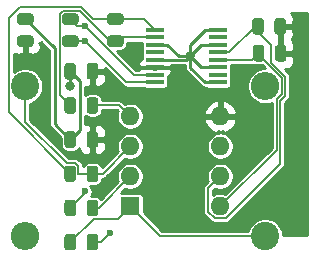
<source format=gbr>
%TF.GenerationSoftware,KiCad,Pcbnew,(5.1.6)-1*%
%TF.CreationDate,2020-07-16T10:06:32+01:00*%
%TF.ProjectId,Jag_Speedy_VRConditioner,4a61675f-5370-4656-9564-795f5652436f,rev?*%
%TF.SameCoordinates,Original*%
%TF.FileFunction,Copper,L1,Top*%
%TF.FilePolarity,Positive*%
%FSLAX46Y46*%
G04 Gerber Fmt 4.6, Leading zero omitted, Abs format (unit mm)*
G04 Created by KiCad (PCBNEW (5.1.6)-1) date 2020-07-16 10:06:32*
%MOMM*%
%LPD*%
G01*
G04 APERTURE LIST*
%TA.AperFunction,ComponentPad*%
%ADD10O,2.400000X2.400000*%
%TD*%
%TA.AperFunction,ComponentPad*%
%ADD11C,2.400000*%
%TD*%
%TA.AperFunction,ComponentPad*%
%ADD12O,1.600000X1.600000*%
%TD*%
%TA.AperFunction,ComponentPad*%
%ADD13R,1.600000X1.600000*%
%TD*%
%TA.AperFunction,SMDPad,CuDef*%
%ADD14R,1.600000X0.410000*%
%TD*%
%TA.AperFunction,ViaPad*%
%ADD15C,0.600000*%
%TD*%
%TA.AperFunction,ViaPad*%
%ADD16C,0.800000*%
%TD*%
%TA.AperFunction,Conductor*%
%ADD17C,0.200000*%
%TD*%
%TA.AperFunction,Conductor*%
%ADD18C,0.250000*%
%TD*%
%TA.AperFunction,Conductor*%
%ADD19C,0.254000*%
%TD*%
G04 APERTURE END LIST*
D10*
%TO.P,R8,2*%
%TO.N,VR2-*%
X134620000Y-97790000D03*
D11*
%TO.P,R8,1*%
%TO.N,VR2+*%
X134620000Y-85090000D03*
%TD*%
D10*
%TO.P,R7,2*%
%TO.N,VR1+*%
X154940000Y-85090000D03*
D11*
%TO.P,R7,1*%
%TO.N,VR1-*%
X154940000Y-97790000D03*
%TD*%
D12*
%TO.P,J1,8*%
%TO.N,Output1*%
X151130000Y-95250000D03*
%TO.P,J1,4*%
%TO.N,VR2-*%
X143510000Y-87630000D03*
%TO.P,J1,7*%
%TO.N,Output2*%
X151130000Y-92710000D03*
%TO.P,J1,3*%
%TO.N,VR2+*%
X143510000Y-90170000D03*
%TO.P,J1,6*%
%TO.N,Ground*%
X151130000Y-90170000D03*
%TO.P,J1,2*%
%TO.N,VR1+*%
X143510000Y-92710000D03*
%TO.P,J1,5*%
%TO.N,5V*%
X151130000Y-87630000D03*
D13*
%TO.P,J1,1*%
%TO.N,VR1-*%
X143510000Y-95250000D03*
%TD*%
D14*
%TO.P,IC1,16*%
%TO.N,Net-(C1-Pad1)*%
X145594700Y-84772500D03*
%TO.P,IC1,15*%
%TO.N,Net-(C1-Pad2)*%
X145594700Y-84137500D03*
%TO.P,IC1,14*%
%TO.N,5V*%
X145594700Y-83502500D03*
%TO.P,IC1,13*%
%TO.N,Ground*%
X145594700Y-82867500D03*
%TO.P,IC1,12*%
%TO.N,N/C*%
X145594700Y-82232500D03*
%TO.P,IC1,11*%
%TO.N,Ground*%
X145594700Y-81597500D03*
%TO.P,IC1,10*%
%TO.N,Net-(C2-Pad1)*%
X145594700Y-80962500D03*
%TO.P,IC1,9*%
%TO.N,Net-(C2-Pad2)*%
X145594700Y-80327500D03*
%TO.P,IC1,8*%
%TO.N,Ground*%
X150903300Y-80327500D03*
%TO.P,IC1,7*%
%TO.N,N/C*%
X150903300Y-80962500D03*
%TO.P,IC1,6*%
%TO.N,Ground*%
X150903300Y-81597500D03*
%TO.P,IC1,5*%
%TO.N,Output2*%
X150903300Y-82232500D03*
%TO.P,IC1,4*%
%TO.N,Output1*%
X150903300Y-82867500D03*
%TO.P,IC1,3*%
%TO.N,Ground*%
X150903300Y-83502500D03*
%TO.P,IC1,2*%
%TO.N,N/C*%
X150903300Y-84137500D03*
%TO.P,IC1,1*%
%TO.N,Ground*%
X150903300Y-84772500D03*
%TD*%
%TO.P,C1,2*%
%TO.N,Net-(C1-Pad2)*%
%TA.AperFunction,SMDPad,CuDef*%
G36*
G01*
X138886250Y-79892500D02*
X137973750Y-79892500D01*
G75*
G02*
X137730000Y-79648750I0J243750D01*
G01*
X137730000Y-79161250D01*
G75*
G02*
X137973750Y-78917500I243750J0D01*
G01*
X138886250Y-78917500D01*
G75*
G02*
X139130000Y-79161250I0J-243750D01*
G01*
X139130000Y-79648750D01*
G75*
G02*
X138886250Y-79892500I-243750J0D01*
G01*
G37*
%TD.AperFunction*%
%TO.P,C1,1*%
%TO.N,Net-(C1-Pad1)*%
%TA.AperFunction,SMDPad,CuDef*%
G36*
G01*
X138886250Y-81767500D02*
X137973750Y-81767500D01*
G75*
G02*
X137730000Y-81523750I0J243750D01*
G01*
X137730000Y-81036250D01*
G75*
G02*
X137973750Y-80792500I243750J0D01*
G01*
X138886250Y-80792500D01*
G75*
G02*
X139130000Y-81036250I0J-243750D01*
G01*
X139130000Y-81523750D01*
G75*
G02*
X138886250Y-81767500I-243750J0D01*
G01*
G37*
%TD.AperFunction*%
%TD*%
%TO.P,R6,2*%
%TO.N,Net-(C2-Pad2)*%
%TA.AperFunction,SMDPad,CuDef*%
G36*
G01*
X138917500Y-92045750D02*
X138917500Y-92958250D01*
G75*
G02*
X138673750Y-93202000I-243750J0D01*
G01*
X138186250Y-93202000D01*
G75*
G02*
X137942500Y-92958250I0J243750D01*
G01*
X137942500Y-92045750D01*
G75*
G02*
X138186250Y-91802000I243750J0D01*
G01*
X138673750Y-91802000D01*
G75*
G02*
X138917500Y-92045750I0J-243750D01*
G01*
G37*
%TD.AperFunction*%
%TO.P,R6,1*%
%TO.N,VR2+*%
%TA.AperFunction,SMDPad,CuDef*%
G36*
G01*
X140792500Y-92045750D02*
X140792500Y-92958250D01*
G75*
G02*
X140548750Y-93202000I-243750J0D01*
G01*
X140061250Y-93202000D01*
G75*
G02*
X139817500Y-92958250I0J243750D01*
G01*
X139817500Y-92045750D01*
G75*
G02*
X140061250Y-91802000I243750J0D01*
G01*
X140548750Y-91802000D01*
G75*
G02*
X140792500Y-92045750I0J-243750D01*
G01*
G37*
%TD.AperFunction*%
%TD*%
%TO.P,R2,2*%
%TO.N,5V*%
%TA.AperFunction,SMDPad,CuDef*%
G36*
G01*
X155722500Y-80466250D02*
X155722500Y-79553750D01*
G75*
G02*
X155966250Y-79310000I243750J0D01*
G01*
X156453750Y-79310000D01*
G75*
G02*
X156697500Y-79553750I0J-243750D01*
G01*
X156697500Y-80466250D01*
G75*
G02*
X156453750Y-80710000I-243750J0D01*
G01*
X155966250Y-80710000D01*
G75*
G02*
X155722500Y-80466250I0J243750D01*
G01*
G37*
%TD.AperFunction*%
%TO.P,R2,1*%
%TO.N,Output2*%
%TA.AperFunction,SMDPad,CuDef*%
G36*
G01*
X153847500Y-80466250D02*
X153847500Y-79553750D01*
G75*
G02*
X154091250Y-79310000I243750J0D01*
G01*
X154578750Y-79310000D01*
G75*
G02*
X154822500Y-79553750I0J-243750D01*
G01*
X154822500Y-80466250D01*
G75*
G02*
X154578750Y-80710000I-243750J0D01*
G01*
X154091250Y-80710000D01*
G75*
G02*
X153847500Y-80466250I0J243750D01*
G01*
G37*
%TD.AperFunction*%
%TD*%
%TO.P,C5,2*%
%TO.N,Ground*%
%TA.AperFunction,SMDPad,CuDef*%
G36*
G01*
X138917500Y-83363750D02*
X138917500Y-84276250D01*
G75*
G02*
X138673750Y-84520000I-243750J0D01*
G01*
X138186250Y-84520000D01*
G75*
G02*
X137942500Y-84276250I0J243750D01*
G01*
X137942500Y-83363750D01*
G75*
G02*
X138186250Y-83120000I243750J0D01*
G01*
X138673750Y-83120000D01*
G75*
G02*
X138917500Y-83363750I0J-243750D01*
G01*
G37*
%TD.AperFunction*%
%TO.P,C5,1*%
%TO.N,5V*%
%TA.AperFunction,SMDPad,CuDef*%
G36*
G01*
X140792500Y-83363750D02*
X140792500Y-84276250D01*
G75*
G02*
X140548750Y-84520000I-243750J0D01*
G01*
X140061250Y-84520000D01*
G75*
G02*
X139817500Y-84276250I0J243750D01*
G01*
X139817500Y-83363750D01*
G75*
G02*
X140061250Y-83120000I243750J0D01*
G01*
X140548750Y-83120000D01*
G75*
G02*
X140792500Y-83363750I0J-243750D01*
G01*
G37*
%TD.AperFunction*%
%TD*%
%TO.P,C2,2*%
%TO.N,Net-(C2-Pad2)*%
%TA.AperFunction,SMDPad,CuDef*%
G36*
G01*
X142696250Y-79892500D02*
X141783750Y-79892500D01*
G75*
G02*
X141540000Y-79648750I0J243750D01*
G01*
X141540000Y-79161250D01*
G75*
G02*
X141783750Y-78917500I243750J0D01*
G01*
X142696250Y-78917500D01*
G75*
G02*
X142940000Y-79161250I0J-243750D01*
G01*
X142940000Y-79648750D01*
G75*
G02*
X142696250Y-79892500I-243750J0D01*
G01*
G37*
%TD.AperFunction*%
%TO.P,C2,1*%
%TO.N,Net-(C2-Pad1)*%
%TA.AperFunction,SMDPad,CuDef*%
G36*
G01*
X142696250Y-81767500D02*
X141783750Y-81767500D01*
G75*
G02*
X141540000Y-81523750I0J243750D01*
G01*
X141540000Y-81036250D01*
G75*
G02*
X141783750Y-80792500I243750J0D01*
G01*
X142696250Y-80792500D01*
G75*
G02*
X142940000Y-81036250I0J-243750D01*
G01*
X142940000Y-81523750D01*
G75*
G02*
X142696250Y-81767500I-243750J0D01*
G01*
G37*
%TD.AperFunction*%
%TD*%
%TO.P,R5,2*%
%TO.N,Net-(C2-Pad1)*%
%TA.AperFunction,SMDPad,CuDef*%
G36*
G01*
X138917500Y-86257750D02*
X138917500Y-87170250D01*
G75*
G02*
X138673750Y-87414000I-243750J0D01*
G01*
X138186250Y-87414000D01*
G75*
G02*
X137942500Y-87170250I0J243750D01*
G01*
X137942500Y-86257750D01*
G75*
G02*
X138186250Y-86014000I243750J0D01*
G01*
X138673750Y-86014000D01*
G75*
G02*
X138917500Y-86257750I0J-243750D01*
G01*
G37*
%TD.AperFunction*%
%TO.P,R5,1*%
%TO.N,VR2-*%
%TA.AperFunction,SMDPad,CuDef*%
G36*
G01*
X140792500Y-86257750D02*
X140792500Y-87170250D01*
G75*
G02*
X140548750Y-87414000I-243750J0D01*
G01*
X140061250Y-87414000D01*
G75*
G02*
X139817500Y-87170250I0J243750D01*
G01*
X139817500Y-86257750D01*
G75*
G02*
X140061250Y-86014000I243750J0D01*
G01*
X140548750Y-86014000D01*
G75*
G02*
X140792500Y-86257750I0J-243750D01*
G01*
G37*
%TD.AperFunction*%
%TD*%
%TO.P,R4,1*%
%TO.N,VR1-*%
%TA.AperFunction,SMDPad,CuDef*%
G36*
G01*
X137942500Y-98746250D02*
X137942500Y-97833750D01*
G75*
G02*
X138186250Y-97590000I243750J0D01*
G01*
X138673750Y-97590000D01*
G75*
G02*
X138917500Y-97833750I0J-243750D01*
G01*
X138917500Y-98746250D01*
G75*
G02*
X138673750Y-98990000I-243750J0D01*
G01*
X138186250Y-98990000D01*
G75*
G02*
X137942500Y-98746250I0J243750D01*
G01*
G37*
%TD.AperFunction*%
%TO.P,R4,2*%
%TO.N,Net-(C1-Pad2)*%
%TA.AperFunction,SMDPad,CuDef*%
G36*
G01*
X139817500Y-98746250D02*
X139817500Y-97833750D01*
G75*
G02*
X140061250Y-97590000I243750J0D01*
G01*
X140548750Y-97590000D01*
G75*
G02*
X140792500Y-97833750I0J-243750D01*
G01*
X140792500Y-98746250D01*
G75*
G02*
X140548750Y-98990000I-243750J0D01*
G01*
X140061250Y-98990000D01*
G75*
G02*
X139817500Y-98746250I0J243750D01*
G01*
G37*
%TD.AperFunction*%
%TD*%
%TO.P,R3,2*%
%TO.N,Net-(C1-Pad1)*%
%TA.AperFunction,SMDPad,CuDef*%
G36*
G01*
X138917500Y-94939750D02*
X138917500Y-95852250D01*
G75*
G02*
X138673750Y-96096000I-243750J0D01*
G01*
X138186250Y-96096000D01*
G75*
G02*
X137942500Y-95852250I0J243750D01*
G01*
X137942500Y-94939750D01*
G75*
G02*
X138186250Y-94696000I243750J0D01*
G01*
X138673750Y-94696000D01*
G75*
G02*
X138917500Y-94939750I0J-243750D01*
G01*
G37*
%TD.AperFunction*%
%TO.P,R3,1*%
%TO.N,VR1+*%
%TA.AperFunction,SMDPad,CuDef*%
G36*
G01*
X140792500Y-94939750D02*
X140792500Y-95852250D01*
G75*
G02*
X140548750Y-96096000I-243750J0D01*
G01*
X140061250Y-96096000D01*
G75*
G02*
X139817500Y-95852250I0J243750D01*
G01*
X139817500Y-94939750D01*
G75*
G02*
X140061250Y-94696000I243750J0D01*
G01*
X140548750Y-94696000D01*
G75*
G02*
X140792500Y-94939750I0J-243750D01*
G01*
G37*
%TD.AperFunction*%
%TD*%
%TO.P,R1,2*%
%TO.N,5V*%
%TA.AperFunction,SMDPad,CuDef*%
G36*
G01*
X155760000Y-82756250D02*
X155760000Y-81843750D01*
G75*
G02*
X156003750Y-81600000I243750J0D01*
G01*
X156491250Y-81600000D01*
G75*
G02*
X156735000Y-81843750I0J-243750D01*
G01*
X156735000Y-82756250D01*
G75*
G02*
X156491250Y-83000000I-243750J0D01*
G01*
X156003750Y-83000000D01*
G75*
G02*
X155760000Y-82756250I0J243750D01*
G01*
G37*
%TD.AperFunction*%
%TO.P,R1,1*%
%TO.N,Output1*%
%TA.AperFunction,SMDPad,CuDef*%
G36*
G01*
X153885000Y-82756250D02*
X153885000Y-81843750D01*
G75*
G02*
X154128750Y-81600000I243750J0D01*
G01*
X154616250Y-81600000D01*
G75*
G02*
X154860000Y-81843750I0J-243750D01*
G01*
X154860000Y-82756250D01*
G75*
G02*
X154616250Y-83000000I-243750J0D01*
G01*
X154128750Y-83000000D01*
G75*
G02*
X153885000Y-82756250I0J243750D01*
G01*
G37*
%TD.AperFunction*%
%TD*%
%TO.P,C4,2*%
%TO.N,Ground*%
%TA.AperFunction,SMDPad,CuDef*%
G36*
G01*
X135076250Y-79892500D02*
X134163750Y-79892500D01*
G75*
G02*
X133920000Y-79648750I0J243750D01*
G01*
X133920000Y-79161250D01*
G75*
G02*
X134163750Y-78917500I243750J0D01*
G01*
X135076250Y-78917500D01*
G75*
G02*
X135320000Y-79161250I0J-243750D01*
G01*
X135320000Y-79648750D01*
G75*
G02*
X135076250Y-79892500I-243750J0D01*
G01*
G37*
%TD.AperFunction*%
%TO.P,C4,1*%
%TO.N,5V*%
%TA.AperFunction,SMDPad,CuDef*%
G36*
G01*
X135076250Y-81767500D02*
X134163750Y-81767500D01*
G75*
G02*
X133920000Y-81523750I0J243750D01*
G01*
X133920000Y-81036250D01*
G75*
G02*
X134163750Y-80792500I243750J0D01*
G01*
X135076250Y-80792500D01*
G75*
G02*
X135320000Y-81036250I0J-243750D01*
G01*
X135320000Y-81523750D01*
G75*
G02*
X135076250Y-81767500I-243750J0D01*
G01*
G37*
%TD.AperFunction*%
%TD*%
%TO.P,C3,2*%
%TO.N,Ground*%
%TA.AperFunction,SMDPad,CuDef*%
G36*
G01*
X138917500Y-89151750D02*
X138917500Y-90064250D01*
G75*
G02*
X138673750Y-90308000I-243750J0D01*
G01*
X138186250Y-90308000D01*
G75*
G02*
X137942500Y-90064250I0J243750D01*
G01*
X137942500Y-89151750D01*
G75*
G02*
X138186250Y-88908000I243750J0D01*
G01*
X138673750Y-88908000D01*
G75*
G02*
X138917500Y-89151750I0J-243750D01*
G01*
G37*
%TD.AperFunction*%
%TO.P,C3,1*%
%TO.N,5V*%
%TA.AperFunction,SMDPad,CuDef*%
G36*
G01*
X140792500Y-89151750D02*
X140792500Y-90064250D01*
G75*
G02*
X140548750Y-90308000I-243750J0D01*
G01*
X140061250Y-90308000D01*
G75*
G02*
X139817500Y-90064250I0J243750D01*
G01*
X139817500Y-89151750D01*
G75*
G02*
X140061250Y-88908000I243750J0D01*
G01*
X140548750Y-88908000D01*
G75*
G02*
X140792500Y-89151750I0J-243750D01*
G01*
G37*
%TD.AperFunction*%
%TD*%
D15*
%TO.N,Net-(C1-Pad2)*%
X139700000Y-80010000D03*
X141771433Y-97551446D03*
%TO.N,Net-(C1-Pad1)*%
X139700000Y-81280000D03*
X139700000Y-93980000D03*
D16*
%TO.N,Ground*%
X138430000Y-85090000D03*
X148590000Y-82550000D03*
%TD*%
D17*
%TO.N,Net-(C1-Pad2)*%
X143827500Y-84137500D02*
X145594700Y-84137500D01*
X141339990Y-81649990D02*
X141339990Y-81707562D01*
X141657510Y-81967510D02*
X143827500Y-84137500D01*
X139700000Y-80010000D02*
X141339990Y-81649990D01*
X141339990Y-81707562D02*
X141599938Y-81967510D01*
X141599938Y-81967510D02*
X141657510Y-81967510D01*
X139035000Y-80010000D02*
X138430000Y-79405000D01*
X139700000Y-80010000D02*
X139035000Y-80010000D01*
X140305000Y-98290000D02*
X141032879Y-98290000D01*
X141032879Y-98290000D02*
X141771433Y-97551446D01*
%TO.N,Net-(C1-Pad1)*%
X143192500Y-84772500D02*
X145594700Y-84772500D01*
X139700000Y-81280000D02*
X143192500Y-84772500D01*
X139700000Y-81280000D02*
X138430000Y-81280000D01*
X139700000Y-94126000D02*
X138430000Y-95396000D01*
X139700000Y-93980000D02*
X139700000Y-94126000D01*
%TO.N,Net-(C2-Pad2)*%
X144672200Y-79405000D02*
X145594700Y-80327500D01*
X142240000Y-79405000D02*
X144672200Y-79405000D01*
X142240000Y-79405000D02*
X140365000Y-79405000D01*
X133219999Y-87291999D02*
X138430000Y-92502000D01*
X133219999Y-79336007D02*
X133219999Y-87291999D01*
X134138527Y-78417479D02*
X133219999Y-79336007D01*
X139377480Y-78417479D02*
X134138527Y-78417479D01*
X140365000Y-79405000D02*
X139377480Y-78417479D01*
%TO.N,Net-(C2-Pad1)*%
X142557500Y-80962500D02*
X145594700Y-80962500D01*
X142240000Y-81280000D02*
X142557500Y-80962500D01*
X137789938Y-78717490D02*
X137529990Y-78977438D01*
X137529990Y-78977438D02*
X137529990Y-85813990D01*
X141815722Y-81280000D02*
X139253212Y-78717490D01*
X137529990Y-85813990D02*
X138430000Y-86714000D01*
X139253212Y-78717490D02*
X137789938Y-78717490D01*
X142240000Y-81280000D02*
X141815722Y-81280000D01*
D18*
%TO.N,Ground*%
X149542500Y-81597500D02*
X148590000Y-82550000D01*
X150903300Y-81597500D02*
X149542500Y-81597500D01*
X147597200Y-82550000D02*
X148590000Y-82550000D01*
X146644700Y-81597500D02*
X147597200Y-82550000D01*
X145594700Y-81597500D02*
X146644700Y-81597500D01*
X149542500Y-83502500D02*
X148590000Y-82550000D01*
X150903300Y-83502500D02*
X149542500Y-83502500D01*
X148590000Y-81590800D02*
X148590000Y-82550000D01*
X149853300Y-80327500D02*
X148590000Y-81590800D01*
X150903300Y-80327500D02*
X149853300Y-80327500D01*
X148590000Y-83509200D02*
X148590000Y-82550000D01*
X149853300Y-84772500D02*
X148590000Y-83509200D01*
X150903300Y-84772500D02*
X149853300Y-84772500D01*
X148272500Y-82867500D02*
X148590000Y-82550000D01*
X145594700Y-82867500D02*
X148272500Y-82867500D01*
X139242510Y-84632510D02*
X138430000Y-83820000D01*
X139242510Y-88795490D02*
X139242510Y-84632510D01*
X138430000Y-89608000D02*
X139242510Y-88795490D01*
X138430000Y-85090000D02*
X138430000Y-83820000D01*
X137104978Y-88282978D02*
X138430000Y-89608000D01*
X137104978Y-81889978D02*
X137104978Y-88282978D01*
X134620000Y-79405000D02*
X137104978Y-81889978D01*
D17*
%TO.N,Output2*%
X154125800Y-80010000D02*
X154335000Y-80010000D01*
X151903300Y-82232500D02*
X154125800Y-80010000D01*
X150903300Y-82232500D02*
X151903300Y-82232500D01*
X154335000Y-80493526D02*
X154335000Y-80010000D01*
X150649999Y-96250001D02*
X151610001Y-96250001D01*
X156210000Y-86316280D02*
X156640012Y-85886269D01*
X150129999Y-95730001D02*
X150649999Y-96250001D01*
X151130000Y-92710000D02*
X150129999Y-93710001D01*
X156640012Y-85886269D02*
X156640012Y-84293731D01*
X156210000Y-91650002D02*
X156210000Y-86316280D01*
X155459990Y-81618516D02*
X154335000Y-80493526D01*
X150129999Y-93710001D02*
X150129999Y-95730001D01*
X156640012Y-84293731D02*
X155459990Y-83113709D01*
X151610001Y-96250001D02*
X156210000Y-91650002D01*
X155459990Y-83113709D02*
X155459990Y-81618516D01*
%TO.N,Output1*%
X153805000Y-82867500D02*
X150903300Y-82867500D01*
X154372500Y-82300000D02*
X153805000Y-82867500D01*
X151130000Y-95250000D02*
X155909989Y-90470011D01*
X156340001Y-84417999D02*
X154372500Y-82450498D01*
X155909989Y-90470011D02*
X155909989Y-86192013D01*
X156340001Y-85762001D02*
X156340001Y-84417999D01*
X155909989Y-86192013D02*
X156340001Y-85762001D01*
X154372500Y-82450498D02*
X154372500Y-82300000D01*
%TO.N,VR2-*%
X142594000Y-86714000D02*
X143510000Y-87630000D01*
X140305000Y-86714000D02*
X142594000Y-86714000D01*
%TO.N,VR2+*%
X141178000Y-92502000D02*
X143510000Y-90170000D01*
X140305000Y-92502000D02*
X141178000Y-92502000D01*
X134620000Y-88102250D02*
X134620000Y-85090000D01*
X139117510Y-92502000D02*
X139117510Y-91861938D01*
X138857562Y-91601990D02*
X138119740Y-91601990D01*
X140305000Y-92502000D02*
X139117510Y-92502000D01*
X138119740Y-91601990D02*
X134620000Y-88102250D01*
X139117510Y-91861938D02*
X138857562Y-91601990D01*
%TO.N,VR1+*%
X140824000Y-95396000D02*
X140305000Y-95396000D01*
X143510000Y-92710000D02*
X140824000Y-95396000D01*
%TO.N,VR1-*%
X140423990Y-96296010D02*
X138430000Y-98290000D01*
X142463990Y-96296010D02*
X140423990Y-96296010D01*
X143510000Y-95250000D02*
X142463990Y-96296010D01*
X146050000Y-97790000D02*
X154940000Y-97790000D01*
X143510000Y-95250000D02*
X146050000Y-97790000D01*
%TD*%
D19*
%TO.N,5V*%
G36*
X158448001Y-97663000D02*
G01*
X156467000Y-97663000D01*
X156467000Y-97639604D01*
X156408319Y-97344590D01*
X156293210Y-97066694D01*
X156126099Y-96816594D01*
X155913406Y-96603901D01*
X155663306Y-96436790D01*
X155385410Y-96321681D01*
X155090396Y-96263000D01*
X154789604Y-96263000D01*
X154494590Y-96321681D01*
X154216694Y-96436790D01*
X153966594Y-96603901D01*
X153753901Y-96816594D01*
X153586790Y-97066694D01*
X153471681Y-97344590D01*
X153468019Y-97363000D01*
X146226869Y-97363000D01*
X144638582Y-95774714D01*
X144638582Y-94450000D01*
X144632268Y-94385897D01*
X144613570Y-94324257D01*
X144583206Y-94267450D01*
X144542343Y-94217657D01*
X144492550Y-94176794D01*
X144435743Y-94146430D01*
X144374103Y-94127732D01*
X144310000Y-94121418D01*
X142710000Y-94121418D01*
X142701626Y-94122243D01*
X143074431Y-93749437D01*
X143181266Y-93793690D01*
X143399000Y-93837000D01*
X143621000Y-93837000D01*
X143838734Y-93793690D01*
X144043835Y-93708734D01*
X144228421Y-93585398D01*
X144385398Y-93428421D01*
X144508734Y-93243835D01*
X144593690Y-93038734D01*
X144637000Y-92821000D01*
X144637000Y-92599000D01*
X144593690Y-92381266D01*
X144508734Y-92176165D01*
X144385398Y-91991579D01*
X144228421Y-91834602D01*
X144043835Y-91711266D01*
X143838734Y-91626310D01*
X143621000Y-91583000D01*
X143399000Y-91583000D01*
X143181266Y-91626310D01*
X142976165Y-91711266D01*
X142791579Y-91834602D01*
X142634602Y-91991579D01*
X142511266Y-92176165D01*
X142426310Y-92381266D01*
X142383000Y-92599000D01*
X142383000Y-92821000D01*
X142426310Y-93038734D01*
X142470563Y-93145569D01*
X141010981Y-94605151D01*
X140953450Y-94535050D01*
X140866721Y-94463873D01*
X140767772Y-94410984D01*
X140660406Y-94378415D01*
X140548750Y-94367418D01*
X140195222Y-94367418D01*
X140255640Y-94276996D01*
X140302905Y-94162889D01*
X140327000Y-94041754D01*
X140327000Y-93918246D01*
X140302905Y-93797111D01*
X140255640Y-93683004D01*
X140187023Y-93580311D01*
X140137294Y-93530582D01*
X140548750Y-93530582D01*
X140660406Y-93519585D01*
X140767772Y-93487016D01*
X140866721Y-93434127D01*
X140953450Y-93362950D01*
X141024627Y-93276221D01*
X141077516Y-93177272D01*
X141110085Y-93069906D01*
X141121082Y-92958250D01*
X141121082Y-92929000D01*
X141157033Y-92929000D01*
X141178000Y-92931065D01*
X141198967Y-92929000D01*
X141198978Y-92929000D01*
X141261707Y-92922822D01*
X141342196Y-92898405D01*
X141416376Y-92858755D01*
X141481395Y-92805395D01*
X141494768Y-92789100D01*
X143074431Y-91209437D01*
X143181266Y-91253690D01*
X143399000Y-91297000D01*
X143621000Y-91297000D01*
X143838734Y-91253690D01*
X144043835Y-91168734D01*
X144228421Y-91045398D01*
X144385398Y-90888421D01*
X144508734Y-90703835D01*
X144593690Y-90498734D01*
X144637000Y-90281000D01*
X144637000Y-90059000D01*
X144593690Y-89841266D01*
X144508734Y-89636165D01*
X144385398Y-89451579D01*
X144228421Y-89294602D01*
X144043835Y-89171266D01*
X143838734Y-89086310D01*
X143621000Y-89043000D01*
X143399000Y-89043000D01*
X143181266Y-89086310D01*
X142976165Y-89171266D01*
X142791579Y-89294602D01*
X142634602Y-89451579D01*
X142511266Y-89636165D01*
X142426310Y-89841266D01*
X142383000Y-90059000D01*
X142383000Y-90281000D01*
X142426310Y-90498734D01*
X142470563Y-90605569D01*
X141112950Y-91963182D01*
X141110085Y-91934094D01*
X141077516Y-91826728D01*
X141024627Y-91727779D01*
X140953450Y-91641050D01*
X140866721Y-91569873D01*
X140767772Y-91516984D01*
X140660406Y-91484415D01*
X140548750Y-91473418D01*
X140061250Y-91473418D01*
X139949594Y-91484415D01*
X139842228Y-91516984D01*
X139743279Y-91569873D01*
X139656550Y-91641050D01*
X139585373Y-91727779D01*
X139541455Y-91809944D01*
X139538332Y-91778231D01*
X139513915Y-91697742D01*
X139495458Y-91663211D01*
X139474265Y-91623561D01*
X139434278Y-91574838D01*
X139420905Y-91558543D01*
X139404610Y-91545170D01*
X139174329Y-91314889D01*
X139160957Y-91298595D01*
X139095938Y-91245235D01*
X139021758Y-91205585D01*
X138941269Y-91181168D01*
X138878540Y-91174990D01*
X138878529Y-91174990D01*
X138857562Y-91172925D01*
X138836595Y-91174990D01*
X138296609Y-91174990D01*
X135047000Y-87925382D01*
X135047000Y-86561981D01*
X135065410Y-86558319D01*
X135343306Y-86443210D01*
X135593406Y-86276099D01*
X135806099Y-86063406D01*
X135973210Y-85813306D01*
X136088319Y-85535410D01*
X136147000Y-85240396D01*
X136147000Y-84939604D01*
X136088319Y-84644590D01*
X135973210Y-84366694D01*
X135806099Y-84116594D01*
X135593406Y-83903901D01*
X135343306Y-83736790D01*
X135065410Y-83621681D01*
X134770396Y-83563000D01*
X134469604Y-83563000D01*
X134174590Y-83621681D01*
X133896694Y-83736790D01*
X133646999Y-83903630D01*
X133646999Y-82341597D01*
X133675820Y-82357002D01*
X133795518Y-82393312D01*
X133920000Y-82405572D01*
X134334250Y-82402500D01*
X134493000Y-82243750D01*
X134493000Y-81407000D01*
X134473000Y-81407000D01*
X134473000Y-81153000D01*
X134493000Y-81153000D01*
X134493000Y-81133000D01*
X134747000Y-81133000D01*
X134747000Y-81153000D01*
X134767000Y-81153000D01*
X134767000Y-81407000D01*
X134747000Y-81407000D01*
X134747000Y-82243750D01*
X134905750Y-82402500D01*
X135320000Y-82405572D01*
X135444482Y-82393312D01*
X135564180Y-82357002D01*
X135674494Y-82298037D01*
X135771185Y-82218685D01*
X135850537Y-82121994D01*
X135909502Y-82011680D01*
X135945812Y-81891982D01*
X135958072Y-81767500D01*
X135955000Y-81565750D01*
X135796252Y-81407002D01*
X135955000Y-81407002D01*
X135955000Y-81379224D01*
X136652978Y-82077202D01*
X136652979Y-88260763D01*
X136650791Y-88282978D01*
X136659518Y-88371585D01*
X136685364Y-88456787D01*
X136685365Y-88456788D01*
X136727336Y-88535311D01*
X136783820Y-88604137D01*
X136801074Y-88618297D01*
X137613918Y-89431142D01*
X137613918Y-90064250D01*
X137624915Y-90175906D01*
X137657484Y-90283272D01*
X137710373Y-90382221D01*
X137781550Y-90468950D01*
X137868279Y-90540127D01*
X137967228Y-90593016D01*
X138074594Y-90625585D01*
X138186250Y-90636582D01*
X138673750Y-90636582D01*
X138785406Y-90625585D01*
X138892772Y-90593016D01*
X138991721Y-90540127D01*
X139078450Y-90468950D01*
X139149627Y-90382221D01*
X139180964Y-90323594D01*
X139191688Y-90432482D01*
X139227998Y-90552180D01*
X139286963Y-90662494D01*
X139366315Y-90759185D01*
X139463006Y-90838537D01*
X139573320Y-90897502D01*
X139693018Y-90933812D01*
X139817500Y-90946072D01*
X140019250Y-90943000D01*
X140178000Y-90784250D01*
X140178000Y-89735000D01*
X140432000Y-89735000D01*
X140432000Y-90784250D01*
X140590750Y-90943000D01*
X140792500Y-90946072D01*
X140916982Y-90933812D01*
X141036680Y-90897502D01*
X141146994Y-90838537D01*
X141243685Y-90759185D01*
X141323037Y-90662494D01*
X141382002Y-90552180D01*
X141418312Y-90432482D01*
X141430572Y-90308000D01*
X141427500Y-89893750D01*
X141268750Y-89735000D01*
X140432000Y-89735000D01*
X140178000Y-89735000D01*
X140158000Y-89735000D01*
X140158000Y-89481000D01*
X140178000Y-89481000D01*
X140178000Y-88431750D01*
X140432000Y-88431750D01*
X140432000Y-89481000D01*
X141268750Y-89481000D01*
X141427500Y-89322250D01*
X141430572Y-88908000D01*
X141418312Y-88783518D01*
X141382002Y-88663820D01*
X141323037Y-88553506D01*
X141243685Y-88456815D01*
X141146994Y-88377463D01*
X141036680Y-88318498D01*
X140916982Y-88282188D01*
X140792500Y-88269928D01*
X140590750Y-88273000D01*
X140432000Y-88431750D01*
X140178000Y-88431750D01*
X140019250Y-88273000D01*
X139817500Y-88269928D01*
X139694510Y-88282041D01*
X139694510Y-87606103D01*
X139743279Y-87646127D01*
X139842228Y-87699016D01*
X139949594Y-87731585D01*
X140061250Y-87742582D01*
X140548750Y-87742582D01*
X140660406Y-87731585D01*
X140767772Y-87699016D01*
X140866721Y-87646127D01*
X140953450Y-87574950D01*
X141024627Y-87488221D01*
X141077516Y-87389272D01*
X141110085Y-87281906D01*
X141121082Y-87170250D01*
X141121082Y-87141000D01*
X142417132Y-87141000D01*
X142470563Y-87194431D01*
X142426310Y-87301266D01*
X142383000Y-87519000D01*
X142383000Y-87741000D01*
X142426310Y-87958734D01*
X142511266Y-88163835D01*
X142634602Y-88348421D01*
X142791579Y-88505398D01*
X142976165Y-88628734D01*
X143181266Y-88713690D01*
X143399000Y-88757000D01*
X143621000Y-88757000D01*
X143838734Y-88713690D01*
X144043835Y-88628734D01*
X144228421Y-88505398D01*
X144385398Y-88348421D01*
X144508734Y-88163835D01*
X144585279Y-87979039D01*
X149738096Y-87979039D01*
X149778754Y-88113087D01*
X149898963Y-88367420D01*
X150066481Y-88593414D01*
X150274869Y-88782385D01*
X150516119Y-88927070D01*
X150780960Y-89021909D01*
X151002998Y-88900625D01*
X151002998Y-89046183D01*
X150801266Y-89086310D01*
X150596165Y-89171266D01*
X150411579Y-89294602D01*
X150254602Y-89451579D01*
X150131266Y-89636165D01*
X150046310Y-89841266D01*
X150003000Y-90059000D01*
X150003000Y-90281000D01*
X150046310Y-90498734D01*
X150131266Y-90703835D01*
X150254602Y-90888421D01*
X150411579Y-91045398D01*
X150596165Y-91168734D01*
X150801266Y-91253690D01*
X151019000Y-91297000D01*
X151241000Y-91297000D01*
X151458734Y-91253690D01*
X151663835Y-91168734D01*
X151848421Y-91045398D01*
X152005398Y-90888421D01*
X152128734Y-90703835D01*
X152213690Y-90498734D01*
X152257000Y-90281000D01*
X152257000Y-90059000D01*
X152213690Y-89841266D01*
X152128734Y-89636165D01*
X152005398Y-89451579D01*
X151848421Y-89294602D01*
X151663835Y-89171266D01*
X151458734Y-89086310D01*
X151257002Y-89046183D01*
X151257002Y-88900625D01*
X151479040Y-89021909D01*
X151743881Y-88927070D01*
X151985131Y-88782385D01*
X152193519Y-88593414D01*
X152361037Y-88367420D01*
X152481246Y-88113087D01*
X152521904Y-87979039D01*
X152399915Y-87757000D01*
X151257000Y-87757000D01*
X151257000Y-87777000D01*
X151003000Y-87777000D01*
X151003000Y-87757000D01*
X149860085Y-87757000D01*
X149738096Y-87979039D01*
X144585279Y-87979039D01*
X144593690Y-87958734D01*
X144637000Y-87741000D01*
X144637000Y-87519000D01*
X144593690Y-87301266D01*
X144585280Y-87280961D01*
X149738096Y-87280961D01*
X149860085Y-87503000D01*
X151003000Y-87503000D01*
X151003000Y-86359376D01*
X151257000Y-86359376D01*
X151257000Y-87503000D01*
X152399915Y-87503000D01*
X152521904Y-87280961D01*
X152481246Y-87146913D01*
X152361037Y-86892580D01*
X152193519Y-86666586D01*
X151985131Y-86477615D01*
X151743881Y-86332930D01*
X151479040Y-86238091D01*
X151257000Y-86359376D01*
X151003000Y-86359376D01*
X150780960Y-86238091D01*
X150516119Y-86332930D01*
X150274869Y-86477615D01*
X150066481Y-86666586D01*
X149898963Y-86892580D01*
X149778754Y-87146913D01*
X149738096Y-87280961D01*
X144585280Y-87280961D01*
X144508734Y-87096165D01*
X144385398Y-86911579D01*
X144228421Y-86754602D01*
X144043835Y-86631266D01*
X143838734Y-86546310D01*
X143621000Y-86503000D01*
X143399000Y-86503000D01*
X143181266Y-86546310D01*
X143074431Y-86590563D01*
X142910766Y-86426898D01*
X142897395Y-86410605D01*
X142832376Y-86357245D01*
X142758196Y-86317595D01*
X142677707Y-86293178D01*
X142614978Y-86287000D01*
X142614967Y-86287000D01*
X142594000Y-86284935D01*
X142573033Y-86287000D01*
X141121082Y-86287000D01*
X141121082Y-86257750D01*
X141110085Y-86146094D01*
X141077516Y-86038728D01*
X141024627Y-85939779D01*
X140953450Y-85853050D01*
X140866721Y-85781873D01*
X140767772Y-85728984D01*
X140660406Y-85696415D01*
X140548750Y-85685418D01*
X140061250Y-85685418D01*
X139949594Y-85696415D01*
X139842228Y-85728984D01*
X139743279Y-85781873D01*
X139694510Y-85821897D01*
X139694510Y-85145959D01*
X139817500Y-85158072D01*
X140019250Y-85155000D01*
X140178000Y-84996250D01*
X140178000Y-83947000D01*
X140432000Y-83947000D01*
X140432000Y-84996250D01*
X140590750Y-85155000D01*
X140792500Y-85158072D01*
X140916982Y-85145812D01*
X141036680Y-85109502D01*
X141146994Y-85050537D01*
X141243685Y-84971185D01*
X141323037Y-84874494D01*
X141382002Y-84764180D01*
X141418312Y-84644482D01*
X141430572Y-84520000D01*
X141427500Y-84105750D01*
X141268750Y-83947000D01*
X140432000Y-83947000D01*
X140178000Y-83947000D01*
X140158000Y-83947000D01*
X140158000Y-83693000D01*
X140178000Y-83693000D01*
X140178000Y-83673000D01*
X140432000Y-83673000D01*
X140432000Y-83693000D01*
X141268750Y-83693000D01*
X141388941Y-83572809D01*
X142875736Y-85059605D01*
X142889105Y-85075895D01*
X142905395Y-85089264D01*
X142905399Y-85089268D01*
X142954123Y-85129255D01*
X142985100Y-85145812D01*
X143028304Y-85168905D01*
X143108793Y-85193322D01*
X143171522Y-85199500D01*
X143171533Y-85199500D01*
X143192500Y-85201565D01*
X143213467Y-85199500D01*
X144553869Y-85199500D01*
X144562357Y-85209843D01*
X144612150Y-85250706D01*
X144668957Y-85281070D01*
X144730597Y-85299768D01*
X144794700Y-85306082D01*
X146394700Y-85306082D01*
X146458803Y-85299768D01*
X146520443Y-85281070D01*
X146577250Y-85250706D01*
X146627043Y-85209843D01*
X146667906Y-85160050D01*
X146698270Y-85103243D01*
X146716968Y-85041603D01*
X146723282Y-84977500D01*
X146723282Y-84567500D01*
X146716968Y-84503397D01*
X146702287Y-84455000D01*
X146716968Y-84406603D01*
X146723282Y-84342500D01*
X146723282Y-84252490D01*
X146741622Y-84243019D01*
X146839431Y-84165048D01*
X146920149Y-84069494D01*
X146980674Y-83960028D01*
X147018680Y-83840858D01*
X147029700Y-83739250D01*
X146870950Y-83580500D01*
X145721700Y-83580500D01*
X145721700Y-83603918D01*
X145467700Y-83603918D01*
X145467700Y-83580500D01*
X144318450Y-83580500D01*
X144188450Y-83710500D01*
X144004370Y-83710500D01*
X142389950Y-82096082D01*
X142696250Y-82096082D01*
X142807906Y-82085085D01*
X142915272Y-82052516D01*
X143014221Y-81999627D01*
X143100950Y-81928450D01*
X143172127Y-81841721D01*
X143225016Y-81742772D01*
X143257585Y-81635406D01*
X143268582Y-81523750D01*
X143268582Y-81389500D01*
X144466413Y-81389500D01*
X144466118Y-81392500D01*
X144466118Y-81802500D01*
X144472432Y-81866603D01*
X144487113Y-81915000D01*
X144472432Y-81963397D01*
X144466118Y-82027500D01*
X144466118Y-82437500D01*
X144472432Y-82501603D01*
X144487113Y-82549999D01*
X144472432Y-82598397D01*
X144466118Y-82662500D01*
X144466118Y-82752510D01*
X144447778Y-82761981D01*
X144349969Y-82839952D01*
X144269251Y-82935506D01*
X144208726Y-83044972D01*
X144170720Y-83164142D01*
X144159700Y-83265750D01*
X144318450Y-83424500D01*
X145467700Y-83424500D01*
X145467700Y-83401082D01*
X145721700Y-83401082D01*
X145721700Y-83424500D01*
X146870950Y-83424500D01*
X146975950Y-83319500D01*
X148138000Y-83319500D01*
X148138000Y-83486994D01*
X148135813Y-83509200D01*
X148144540Y-83597807D01*
X148159217Y-83646190D01*
X148170386Y-83683009D01*
X148212357Y-83761532D01*
X148268841Y-83830359D01*
X148286100Y-83844523D01*
X149517981Y-85076405D01*
X149532141Y-85093659D01*
X149600967Y-85150143D01*
X149636067Y-85168904D01*
X149679490Y-85192114D01*
X149764692Y-85217960D01*
X149853300Y-85226687D01*
X149875505Y-85224500D01*
X149888817Y-85224500D01*
X149920750Y-85250706D01*
X149977557Y-85281070D01*
X150039197Y-85299768D01*
X150103300Y-85306082D01*
X151703300Y-85306082D01*
X151767403Y-85299768D01*
X151829043Y-85281070D01*
X151885850Y-85250706D01*
X151935643Y-85209843D01*
X151976506Y-85160050D01*
X152006870Y-85103243D01*
X152025568Y-85041603D01*
X152031882Y-84977500D01*
X152031882Y-84567500D01*
X152025568Y-84503397D01*
X152010887Y-84455000D01*
X152025568Y-84406603D01*
X152031882Y-84342500D01*
X152031882Y-83932500D01*
X152025568Y-83868397D01*
X152010887Y-83820000D01*
X152025568Y-83771603D01*
X152031882Y-83707500D01*
X152031882Y-83297500D01*
X152031587Y-83294500D01*
X153784033Y-83294500D01*
X153805000Y-83296565D01*
X153825967Y-83294500D01*
X153825978Y-83294500D01*
X153888707Y-83288322D01*
X153906063Y-83283057D01*
X153909728Y-83285016D01*
X154017094Y-83317585D01*
X154128750Y-83328582D01*
X154616250Y-83328582D01*
X154643984Y-83325850D01*
X154881134Y-83563000D01*
X154789604Y-83563000D01*
X154494590Y-83621681D01*
X154216694Y-83736790D01*
X153966594Y-83903901D01*
X153753901Y-84116594D01*
X153586790Y-84366694D01*
X153471681Y-84644590D01*
X153413000Y-84939604D01*
X153413000Y-85240396D01*
X153471681Y-85535410D01*
X153586790Y-85813306D01*
X153753901Y-86063406D01*
X153966594Y-86276099D01*
X154216694Y-86443210D01*
X154494590Y-86558319D01*
X154789604Y-86617000D01*
X155090396Y-86617000D01*
X155385410Y-86558319D01*
X155482990Y-86517900D01*
X155482989Y-90293141D01*
X151565569Y-94210563D01*
X151458734Y-94166310D01*
X151241000Y-94123000D01*
X151019000Y-94123000D01*
X150801266Y-94166310D01*
X150596165Y-94251266D01*
X150556999Y-94277436D01*
X150556999Y-93886869D01*
X150694431Y-93749437D01*
X150801266Y-93793690D01*
X151019000Y-93837000D01*
X151241000Y-93837000D01*
X151458734Y-93793690D01*
X151663835Y-93708734D01*
X151848421Y-93585398D01*
X152005398Y-93428421D01*
X152128734Y-93243835D01*
X152213690Y-93038734D01*
X152257000Y-92821000D01*
X152257000Y-92599000D01*
X152213690Y-92381266D01*
X152128734Y-92176165D01*
X152005398Y-91991579D01*
X151848421Y-91834602D01*
X151663835Y-91711266D01*
X151458734Y-91626310D01*
X151241000Y-91583000D01*
X151019000Y-91583000D01*
X150801266Y-91626310D01*
X150596165Y-91711266D01*
X150411579Y-91834602D01*
X150254602Y-91991579D01*
X150131266Y-92176165D01*
X150046310Y-92381266D01*
X150003000Y-92599000D01*
X150003000Y-92821000D01*
X150046310Y-93038734D01*
X150090563Y-93145569D01*
X149842899Y-93393233D01*
X149826604Y-93406606D01*
X149813232Y-93422900D01*
X149813231Y-93422901D01*
X149773244Y-93471625D01*
X149752051Y-93511275D01*
X149733594Y-93545806D01*
X149709177Y-93626295D01*
X149702999Y-93689024D01*
X149702999Y-93689034D01*
X149700934Y-93710001D01*
X149702999Y-93730968D01*
X149703000Y-95709024D01*
X149700934Y-95730001D01*
X149703000Y-95750978D01*
X149703000Y-95750979D01*
X149709178Y-95813708D01*
X149727829Y-95875189D01*
X149733595Y-95894197D01*
X149773244Y-95968377D01*
X149813231Y-96017101D01*
X149813236Y-96017106D01*
X149826605Y-96033396D01*
X149842894Y-96046764D01*
X150333235Y-96537106D01*
X150346604Y-96553396D01*
X150362894Y-96566765D01*
X150362898Y-96566769D01*
X150411622Y-96606756D01*
X150422889Y-96612778D01*
X150485803Y-96646406D01*
X150566292Y-96670823D01*
X150629021Y-96677001D01*
X150629031Y-96677001D01*
X150649998Y-96679066D01*
X150670965Y-96677001D01*
X151589034Y-96677001D01*
X151610001Y-96679066D01*
X151630968Y-96677001D01*
X151630979Y-96677001D01*
X151693708Y-96670823D01*
X151774197Y-96646406D01*
X151848377Y-96606756D01*
X151913396Y-96553396D01*
X151926769Y-96537101D01*
X156497107Y-91966764D01*
X156513395Y-91953397D01*
X156526764Y-91937107D01*
X156526768Y-91937103D01*
X156566755Y-91888379D01*
X156595499Y-91834602D01*
X156606405Y-91814198D01*
X156630822Y-91733709D01*
X156637000Y-91670980D01*
X156637000Y-91670969D01*
X156639065Y-91650002D01*
X156637000Y-91629035D01*
X156637000Y-86493149D01*
X156927118Y-86203032D01*
X156943407Y-86189664D01*
X156956776Y-86173374D01*
X156956779Y-86173371D01*
X156996767Y-86124646D01*
X157036416Y-86050467D01*
X157036830Y-86049102D01*
X157060834Y-85969976D01*
X157067012Y-85907247D01*
X157067012Y-85907237D01*
X157069077Y-85886270D01*
X157067012Y-85865303D01*
X157067012Y-84314697D01*
X157069077Y-84293730D01*
X157067012Y-84272763D01*
X157067012Y-84272753D01*
X157060834Y-84210024D01*
X157036417Y-84129535D01*
X157005842Y-84072333D01*
X156996767Y-84055354D01*
X156956780Y-84006630D01*
X156956776Y-84006626D01*
X156943407Y-83990336D01*
X156927117Y-83976967D01*
X156585952Y-83635802D01*
X156735000Y-83638072D01*
X156859482Y-83625812D01*
X156979180Y-83589502D01*
X157089494Y-83530537D01*
X157186185Y-83451185D01*
X157265537Y-83354494D01*
X157324502Y-83244180D01*
X157360812Y-83124482D01*
X157373072Y-83000000D01*
X157370000Y-82585750D01*
X157211250Y-82427000D01*
X156374500Y-82427000D01*
X156374500Y-82447000D01*
X156120500Y-82447000D01*
X156120500Y-82427000D01*
X156100500Y-82427000D01*
X156100500Y-82173000D01*
X156120500Y-82173000D01*
X156120500Y-81123750D01*
X156083000Y-81086250D01*
X156083000Y-80137000D01*
X156337000Y-80137000D01*
X156337000Y-81186250D01*
X156374500Y-81223750D01*
X156374500Y-82173000D01*
X157211250Y-82173000D01*
X157370000Y-82014250D01*
X157373072Y-81600000D01*
X157360812Y-81475518D01*
X157324502Y-81355820D01*
X157265537Y-81245506D01*
X157186185Y-81148815D01*
X157169843Y-81135404D01*
X157228037Y-81064494D01*
X157287002Y-80954180D01*
X157323312Y-80834482D01*
X157335572Y-80710000D01*
X157332500Y-80295750D01*
X157173750Y-80137000D01*
X156337000Y-80137000D01*
X156083000Y-80137000D01*
X156063000Y-80137000D01*
X156063000Y-79883000D01*
X156083000Y-79883000D01*
X156083000Y-79863000D01*
X156337000Y-79863000D01*
X156337000Y-79883000D01*
X157173750Y-79883000D01*
X157332500Y-79724250D01*
X157335572Y-79310000D01*
X157323312Y-79185518D01*
X157287002Y-79065820D01*
X157228037Y-78955506D01*
X157155402Y-78867000D01*
X158448000Y-78867000D01*
X158448001Y-97663000D01*
G37*
X158448001Y-97663000D02*
X156467000Y-97663000D01*
X156467000Y-97639604D01*
X156408319Y-97344590D01*
X156293210Y-97066694D01*
X156126099Y-96816594D01*
X155913406Y-96603901D01*
X155663306Y-96436790D01*
X155385410Y-96321681D01*
X155090396Y-96263000D01*
X154789604Y-96263000D01*
X154494590Y-96321681D01*
X154216694Y-96436790D01*
X153966594Y-96603901D01*
X153753901Y-96816594D01*
X153586790Y-97066694D01*
X153471681Y-97344590D01*
X153468019Y-97363000D01*
X146226869Y-97363000D01*
X144638582Y-95774714D01*
X144638582Y-94450000D01*
X144632268Y-94385897D01*
X144613570Y-94324257D01*
X144583206Y-94267450D01*
X144542343Y-94217657D01*
X144492550Y-94176794D01*
X144435743Y-94146430D01*
X144374103Y-94127732D01*
X144310000Y-94121418D01*
X142710000Y-94121418D01*
X142701626Y-94122243D01*
X143074431Y-93749437D01*
X143181266Y-93793690D01*
X143399000Y-93837000D01*
X143621000Y-93837000D01*
X143838734Y-93793690D01*
X144043835Y-93708734D01*
X144228421Y-93585398D01*
X144385398Y-93428421D01*
X144508734Y-93243835D01*
X144593690Y-93038734D01*
X144637000Y-92821000D01*
X144637000Y-92599000D01*
X144593690Y-92381266D01*
X144508734Y-92176165D01*
X144385398Y-91991579D01*
X144228421Y-91834602D01*
X144043835Y-91711266D01*
X143838734Y-91626310D01*
X143621000Y-91583000D01*
X143399000Y-91583000D01*
X143181266Y-91626310D01*
X142976165Y-91711266D01*
X142791579Y-91834602D01*
X142634602Y-91991579D01*
X142511266Y-92176165D01*
X142426310Y-92381266D01*
X142383000Y-92599000D01*
X142383000Y-92821000D01*
X142426310Y-93038734D01*
X142470563Y-93145569D01*
X141010981Y-94605151D01*
X140953450Y-94535050D01*
X140866721Y-94463873D01*
X140767772Y-94410984D01*
X140660406Y-94378415D01*
X140548750Y-94367418D01*
X140195222Y-94367418D01*
X140255640Y-94276996D01*
X140302905Y-94162889D01*
X140327000Y-94041754D01*
X140327000Y-93918246D01*
X140302905Y-93797111D01*
X140255640Y-93683004D01*
X140187023Y-93580311D01*
X140137294Y-93530582D01*
X140548750Y-93530582D01*
X140660406Y-93519585D01*
X140767772Y-93487016D01*
X140866721Y-93434127D01*
X140953450Y-93362950D01*
X141024627Y-93276221D01*
X141077516Y-93177272D01*
X141110085Y-93069906D01*
X141121082Y-92958250D01*
X141121082Y-92929000D01*
X141157033Y-92929000D01*
X141178000Y-92931065D01*
X141198967Y-92929000D01*
X141198978Y-92929000D01*
X141261707Y-92922822D01*
X141342196Y-92898405D01*
X141416376Y-92858755D01*
X141481395Y-92805395D01*
X141494768Y-92789100D01*
X143074431Y-91209437D01*
X143181266Y-91253690D01*
X143399000Y-91297000D01*
X143621000Y-91297000D01*
X143838734Y-91253690D01*
X144043835Y-91168734D01*
X144228421Y-91045398D01*
X144385398Y-90888421D01*
X144508734Y-90703835D01*
X144593690Y-90498734D01*
X144637000Y-90281000D01*
X144637000Y-90059000D01*
X144593690Y-89841266D01*
X144508734Y-89636165D01*
X144385398Y-89451579D01*
X144228421Y-89294602D01*
X144043835Y-89171266D01*
X143838734Y-89086310D01*
X143621000Y-89043000D01*
X143399000Y-89043000D01*
X143181266Y-89086310D01*
X142976165Y-89171266D01*
X142791579Y-89294602D01*
X142634602Y-89451579D01*
X142511266Y-89636165D01*
X142426310Y-89841266D01*
X142383000Y-90059000D01*
X142383000Y-90281000D01*
X142426310Y-90498734D01*
X142470563Y-90605569D01*
X141112950Y-91963182D01*
X141110085Y-91934094D01*
X141077516Y-91826728D01*
X141024627Y-91727779D01*
X140953450Y-91641050D01*
X140866721Y-91569873D01*
X140767772Y-91516984D01*
X140660406Y-91484415D01*
X140548750Y-91473418D01*
X140061250Y-91473418D01*
X139949594Y-91484415D01*
X139842228Y-91516984D01*
X139743279Y-91569873D01*
X139656550Y-91641050D01*
X139585373Y-91727779D01*
X139541455Y-91809944D01*
X139538332Y-91778231D01*
X139513915Y-91697742D01*
X139495458Y-91663211D01*
X139474265Y-91623561D01*
X139434278Y-91574838D01*
X139420905Y-91558543D01*
X139404610Y-91545170D01*
X139174329Y-91314889D01*
X139160957Y-91298595D01*
X139095938Y-91245235D01*
X139021758Y-91205585D01*
X138941269Y-91181168D01*
X138878540Y-91174990D01*
X138878529Y-91174990D01*
X138857562Y-91172925D01*
X138836595Y-91174990D01*
X138296609Y-91174990D01*
X135047000Y-87925382D01*
X135047000Y-86561981D01*
X135065410Y-86558319D01*
X135343306Y-86443210D01*
X135593406Y-86276099D01*
X135806099Y-86063406D01*
X135973210Y-85813306D01*
X136088319Y-85535410D01*
X136147000Y-85240396D01*
X136147000Y-84939604D01*
X136088319Y-84644590D01*
X135973210Y-84366694D01*
X135806099Y-84116594D01*
X135593406Y-83903901D01*
X135343306Y-83736790D01*
X135065410Y-83621681D01*
X134770396Y-83563000D01*
X134469604Y-83563000D01*
X134174590Y-83621681D01*
X133896694Y-83736790D01*
X133646999Y-83903630D01*
X133646999Y-82341597D01*
X133675820Y-82357002D01*
X133795518Y-82393312D01*
X133920000Y-82405572D01*
X134334250Y-82402500D01*
X134493000Y-82243750D01*
X134493000Y-81407000D01*
X134473000Y-81407000D01*
X134473000Y-81153000D01*
X134493000Y-81153000D01*
X134493000Y-81133000D01*
X134747000Y-81133000D01*
X134747000Y-81153000D01*
X134767000Y-81153000D01*
X134767000Y-81407000D01*
X134747000Y-81407000D01*
X134747000Y-82243750D01*
X134905750Y-82402500D01*
X135320000Y-82405572D01*
X135444482Y-82393312D01*
X135564180Y-82357002D01*
X135674494Y-82298037D01*
X135771185Y-82218685D01*
X135850537Y-82121994D01*
X135909502Y-82011680D01*
X135945812Y-81891982D01*
X135958072Y-81767500D01*
X135955000Y-81565750D01*
X135796252Y-81407002D01*
X135955000Y-81407002D01*
X135955000Y-81379224D01*
X136652978Y-82077202D01*
X136652979Y-88260763D01*
X136650791Y-88282978D01*
X136659518Y-88371585D01*
X136685364Y-88456787D01*
X136685365Y-88456788D01*
X136727336Y-88535311D01*
X136783820Y-88604137D01*
X136801074Y-88618297D01*
X137613918Y-89431142D01*
X137613918Y-90064250D01*
X137624915Y-90175906D01*
X137657484Y-90283272D01*
X137710373Y-90382221D01*
X137781550Y-90468950D01*
X137868279Y-90540127D01*
X137967228Y-90593016D01*
X138074594Y-90625585D01*
X138186250Y-90636582D01*
X138673750Y-90636582D01*
X138785406Y-90625585D01*
X138892772Y-90593016D01*
X138991721Y-90540127D01*
X139078450Y-90468950D01*
X139149627Y-90382221D01*
X139180964Y-90323594D01*
X139191688Y-90432482D01*
X139227998Y-90552180D01*
X139286963Y-90662494D01*
X139366315Y-90759185D01*
X139463006Y-90838537D01*
X139573320Y-90897502D01*
X139693018Y-90933812D01*
X139817500Y-90946072D01*
X140019250Y-90943000D01*
X140178000Y-90784250D01*
X140178000Y-89735000D01*
X140432000Y-89735000D01*
X140432000Y-90784250D01*
X140590750Y-90943000D01*
X140792500Y-90946072D01*
X140916982Y-90933812D01*
X141036680Y-90897502D01*
X141146994Y-90838537D01*
X141243685Y-90759185D01*
X141323037Y-90662494D01*
X141382002Y-90552180D01*
X141418312Y-90432482D01*
X141430572Y-90308000D01*
X141427500Y-89893750D01*
X141268750Y-89735000D01*
X140432000Y-89735000D01*
X140178000Y-89735000D01*
X140158000Y-89735000D01*
X140158000Y-89481000D01*
X140178000Y-89481000D01*
X140178000Y-88431750D01*
X140432000Y-88431750D01*
X140432000Y-89481000D01*
X141268750Y-89481000D01*
X141427500Y-89322250D01*
X141430572Y-88908000D01*
X141418312Y-88783518D01*
X141382002Y-88663820D01*
X141323037Y-88553506D01*
X141243685Y-88456815D01*
X141146994Y-88377463D01*
X141036680Y-88318498D01*
X140916982Y-88282188D01*
X140792500Y-88269928D01*
X140590750Y-88273000D01*
X140432000Y-88431750D01*
X140178000Y-88431750D01*
X140019250Y-88273000D01*
X139817500Y-88269928D01*
X139694510Y-88282041D01*
X139694510Y-87606103D01*
X139743279Y-87646127D01*
X139842228Y-87699016D01*
X139949594Y-87731585D01*
X140061250Y-87742582D01*
X140548750Y-87742582D01*
X140660406Y-87731585D01*
X140767772Y-87699016D01*
X140866721Y-87646127D01*
X140953450Y-87574950D01*
X141024627Y-87488221D01*
X141077516Y-87389272D01*
X141110085Y-87281906D01*
X141121082Y-87170250D01*
X141121082Y-87141000D01*
X142417132Y-87141000D01*
X142470563Y-87194431D01*
X142426310Y-87301266D01*
X142383000Y-87519000D01*
X142383000Y-87741000D01*
X142426310Y-87958734D01*
X142511266Y-88163835D01*
X142634602Y-88348421D01*
X142791579Y-88505398D01*
X142976165Y-88628734D01*
X143181266Y-88713690D01*
X143399000Y-88757000D01*
X143621000Y-88757000D01*
X143838734Y-88713690D01*
X144043835Y-88628734D01*
X144228421Y-88505398D01*
X144385398Y-88348421D01*
X144508734Y-88163835D01*
X144585279Y-87979039D01*
X149738096Y-87979039D01*
X149778754Y-88113087D01*
X149898963Y-88367420D01*
X150066481Y-88593414D01*
X150274869Y-88782385D01*
X150516119Y-88927070D01*
X150780960Y-89021909D01*
X151002998Y-88900625D01*
X151002998Y-89046183D01*
X150801266Y-89086310D01*
X150596165Y-89171266D01*
X150411579Y-89294602D01*
X150254602Y-89451579D01*
X150131266Y-89636165D01*
X150046310Y-89841266D01*
X150003000Y-90059000D01*
X150003000Y-90281000D01*
X150046310Y-90498734D01*
X150131266Y-90703835D01*
X150254602Y-90888421D01*
X150411579Y-91045398D01*
X150596165Y-91168734D01*
X150801266Y-91253690D01*
X151019000Y-91297000D01*
X151241000Y-91297000D01*
X151458734Y-91253690D01*
X151663835Y-91168734D01*
X151848421Y-91045398D01*
X152005398Y-90888421D01*
X152128734Y-90703835D01*
X152213690Y-90498734D01*
X152257000Y-90281000D01*
X152257000Y-90059000D01*
X152213690Y-89841266D01*
X152128734Y-89636165D01*
X152005398Y-89451579D01*
X151848421Y-89294602D01*
X151663835Y-89171266D01*
X151458734Y-89086310D01*
X151257002Y-89046183D01*
X151257002Y-88900625D01*
X151479040Y-89021909D01*
X151743881Y-88927070D01*
X151985131Y-88782385D01*
X152193519Y-88593414D01*
X152361037Y-88367420D01*
X152481246Y-88113087D01*
X152521904Y-87979039D01*
X152399915Y-87757000D01*
X151257000Y-87757000D01*
X151257000Y-87777000D01*
X151003000Y-87777000D01*
X151003000Y-87757000D01*
X149860085Y-87757000D01*
X149738096Y-87979039D01*
X144585279Y-87979039D01*
X144593690Y-87958734D01*
X144637000Y-87741000D01*
X144637000Y-87519000D01*
X144593690Y-87301266D01*
X144585280Y-87280961D01*
X149738096Y-87280961D01*
X149860085Y-87503000D01*
X151003000Y-87503000D01*
X151003000Y-86359376D01*
X151257000Y-86359376D01*
X151257000Y-87503000D01*
X152399915Y-87503000D01*
X152521904Y-87280961D01*
X152481246Y-87146913D01*
X152361037Y-86892580D01*
X152193519Y-86666586D01*
X151985131Y-86477615D01*
X151743881Y-86332930D01*
X151479040Y-86238091D01*
X151257000Y-86359376D01*
X151003000Y-86359376D01*
X150780960Y-86238091D01*
X150516119Y-86332930D01*
X150274869Y-86477615D01*
X150066481Y-86666586D01*
X149898963Y-86892580D01*
X149778754Y-87146913D01*
X149738096Y-87280961D01*
X144585280Y-87280961D01*
X144508734Y-87096165D01*
X144385398Y-86911579D01*
X144228421Y-86754602D01*
X144043835Y-86631266D01*
X143838734Y-86546310D01*
X143621000Y-86503000D01*
X143399000Y-86503000D01*
X143181266Y-86546310D01*
X143074431Y-86590563D01*
X142910766Y-86426898D01*
X142897395Y-86410605D01*
X142832376Y-86357245D01*
X142758196Y-86317595D01*
X142677707Y-86293178D01*
X142614978Y-86287000D01*
X142614967Y-86287000D01*
X142594000Y-86284935D01*
X142573033Y-86287000D01*
X141121082Y-86287000D01*
X141121082Y-86257750D01*
X141110085Y-86146094D01*
X141077516Y-86038728D01*
X141024627Y-85939779D01*
X140953450Y-85853050D01*
X140866721Y-85781873D01*
X140767772Y-85728984D01*
X140660406Y-85696415D01*
X140548750Y-85685418D01*
X140061250Y-85685418D01*
X139949594Y-85696415D01*
X139842228Y-85728984D01*
X139743279Y-85781873D01*
X139694510Y-85821897D01*
X139694510Y-85145959D01*
X139817500Y-85158072D01*
X140019250Y-85155000D01*
X140178000Y-84996250D01*
X140178000Y-83947000D01*
X140432000Y-83947000D01*
X140432000Y-84996250D01*
X140590750Y-85155000D01*
X140792500Y-85158072D01*
X140916982Y-85145812D01*
X141036680Y-85109502D01*
X141146994Y-85050537D01*
X141243685Y-84971185D01*
X141323037Y-84874494D01*
X141382002Y-84764180D01*
X141418312Y-84644482D01*
X141430572Y-84520000D01*
X141427500Y-84105750D01*
X141268750Y-83947000D01*
X140432000Y-83947000D01*
X140178000Y-83947000D01*
X140158000Y-83947000D01*
X140158000Y-83693000D01*
X140178000Y-83693000D01*
X140178000Y-83673000D01*
X140432000Y-83673000D01*
X140432000Y-83693000D01*
X141268750Y-83693000D01*
X141388941Y-83572809D01*
X142875736Y-85059605D01*
X142889105Y-85075895D01*
X142905395Y-85089264D01*
X142905399Y-85089268D01*
X142954123Y-85129255D01*
X142985100Y-85145812D01*
X143028304Y-85168905D01*
X143108793Y-85193322D01*
X143171522Y-85199500D01*
X143171533Y-85199500D01*
X143192500Y-85201565D01*
X143213467Y-85199500D01*
X144553869Y-85199500D01*
X144562357Y-85209843D01*
X144612150Y-85250706D01*
X144668957Y-85281070D01*
X144730597Y-85299768D01*
X144794700Y-85306082D01*
X146394700Y-85306082D01*
X146458803Y-85299768D01*
X146520443Y-85281070D01*
X146577250Y-85250706D01*
X146627043Y-85209843D01*
X146667906Y-85160050D01*
X146698270Y-85103243D01*
X146716968Y-85041603D01*
X146723282Y-84977500D01*
X146723282Y-84567500D01*
X146716968Y-84503397D01*
X146702287Y-84455000D01*
X146716968Y-84406603D01*
X146723282Y-84342500D01*
X146723282Y-84252490D01*
X146741622Y-84243019D01*
X146839431Y-84165048D01*
X146920149Y-84069494D01*
X146980674Y-83960028D01*
X147018680Y-83840858D01*
X147029700Y-83739250D01*
X146870950Y-83580500D01*
X145721700Y-83580500D01*
X145721700Y-83603918D01*
X145467700Y-83603918D01*
X145467700Y-83580500D01*
X144318450Y-83580500D01*
X144188450Y-83710500D01*
X144004370Y-83710500D01*
X142389950Y-82096082D01*
X142696250Y-82096082D01*
X142807906Y-82085085D01*
X142915272Y-82052516D01*
X143014221Y-81999627D01*
X143100950Y-81928450D01*
X143172127Y-81841721D01*
X143225016Y-81742772D01*
X143257585Y-81635406D01*
X143268582Y-81523750D01*
X143268582Y-81389500D01*
X144466413Y-81389500D01*
X144466118Y-81392500D01*
X144466118Y-81802500D01*
X144472432Y-81866603D01*
X144487113Y-81915000D01*
X144472432Y-81963397D01*
X144466118Y-82027500D01*
X144466118Y-82437500D01*
X144472432Y-82501603D01*
X144487113Y-82549999D01*
X144472432Y-82598397D01*
X144466118Y-82662500D01*
X144466118Y-82752510D01*
X144447778Y-82761981D01*
X144349969Y-82839952D01*
X144269251Y-82935506D01*
X144208726Y-83044972D01*
X144170720Y-83164142D01*
X144159700Y-83265750D01*
X144318450Y-83424500D01*
X145467700Y-83424500D01*
X145467700Y-83401082D01*
X145721700Y-83401082D01*
X145721700Y-83424500D01*
X146870950Y-83424500D01*
X146975950Y-83319500D01*
X148138000Y-83319500D01*
X148138000Y-83486994D01*
X148135813Y-83509200D01*
X148144540Y-83597807D01*
X148159217Y-83646190D01*
X148170386Y-83683009D01*
X148212357Y-83761532D01*
X148268841Y-83830359D01*
X148286100Y-83844523D01*
X149517981Y-85076405D01*
X149532141Y-85093659D01*
X149600967Y-85150143D01*
X149636067Y-85168904D01*
X149679490Y-85192114D01*
X149764692Y-85217960D01*
X149853300Y-85226687D01*
X149875505Y-85224500D01*
X149888817Y-85224500D01*
X149920750Y-85250706D01*
X149977557Y-85281070D01*
X150039197Y-85299768D01*
X150103300Y-85306082D01*
X151703300Y-85306082D01*
X151767403Y-85299768D01*
X151829043Y-85281070D01*
X151885850Y-85250706D01*
X151935643Y-85209843D01*
X151976506Y-85160050D01*
X152006870Y-85103243D01*
X152025568Y-85041603D01*
X152031882Y-84977500D01*
X152031882Y-84567500D01*
X152025568Y-84503397D01*
X152010887Y-84455000D01*
X152025568Y-84406603D01*
X152031882Y-84342500D01*
X152031882Y-83932500D01*
X152025568Y-83868397D01*
X152010887Y-83820000D01*
X152025568Y-83771603D01*
X152031882Y-83707500D01*
X152031882Y-83297500D01*
X152031587Y-83294500D01*
X153784033Y-83294500D01*
X153805000Y-83296565D01*
X153825967Y-83294500D01*
X153825978Y-83294500D01*
X153888707Y-83288322D01*
X153906063Y-83283057D01*
X153909728Y-83285016D01*
X154017094Y-83317585D01*
X154128750Y-83328582D01*
X154616250Y-83328582D01*
X154643984Y-83325850D01*
X154881134Y-83563000D01*
X154789604Y-83563000D01*
X154494590Y-83621681D01*
X154216694Y-83736790D01*
X153966594Y-83903901D01*
X153753901Y-84116594D01*
X153586790Y-84366694D01*
X153471681Y-84644590D01*
X153413000Y-84939604D01*
X153413000Y-85240396D01*
X153471681Y-85535410D01*
X153586790Y-85813306D01*
X153753901Y-86063406D01*
X153966594Y-86276099D01*
X154216694Y-86443210D01*
X154494590Y-86558319D01*
X154789604Y-86617000D01*
X155090396Y-86617000D01*
X155385410Y-86558319D01*
X155482990Y-86517900D01*
X155482989Y-90293141D01*
X151565569Y-94210563D01*
X151458734Y-94166310D01*
X151241000Y-94123000D01*
X151019000Y-94123000D01*
X150801266Y-94166310D01*
X150596165Y-94251266D01*
X150556999Y-94277436D01*
X150556999Y-93886869D01*
X150694431Y-93749437D01*
X150801266Y-93793690D01*
X151019000Y-93837000D01*
X151241000Y-93837000D01*
X151458734Y-93793690D01*
X151663835Y-93708734D01*
X151848421Y-93585398D01*
X152005398Y-93428421D01*
X152128734Y-93243835D01*
X152213690Y-93038734D01*
X152257000Y-92821000D01*
X152257000Y-92599000D01*
X152213690Y-92381266D01*
X152128734Y-92176165D01*
X152005398Y-91991579D01*
X151848421Y-91834602D01*
X151663835Y-91711266D01*
X151458734Y-91626310D01*
X151241000Y-91583000D01*
X151019000Y-91583000D01*
X150801266Y-91626310D01*
X150596165Y-91711266D01*
X150411579Y-91834602D01*
X150254602Y-91991579D01*
X150131266Y-92176165D01*
X150046310Y-92381266D01*
X150003000Y-92599000D01*
X150003000Y-92821000D01*
X150046310Y-93038734D01*
X150090563Y-93145569D01*
X149842899Y-93393233D01*
X149826604Y-93406606D01*
X149813232Y-93422900D01*
X149813231Y-93422901D01*
X149773244Y-93471625D01*
X149752051Y-93511275D01*
X149733594Y-93545806D01*
X149709177Y-93626295D01*
X149702999Y-93689024D01*
X149702999Y-93689034D01*
X149700934Y-93710001D01*
X149702999Y-93730968D01*
X149703000Y-95709024D01*
X149700934Y-95730001D01*
X149703000Y-95750978D01*
X149703000Y-95750979D01*
X149709178Y-95813708D01*
X149727829Y-95875189D01*
X149733595Y-95894197D01*
X149773244Y-95968377D01*
X149813231Y-96017101D01*
X149813236Y-96017106D01*
X149826605Y-96033396D01*
X149842894Y-96046764D01*
X150333235Y-96537106D01*
X150346604Y-96553396D01*
X150362894Y-96566765D01*
X150362898Y-96566769D01*
X150411622Y-96606756D01*
X150422889Y-96612778D01*
X150485803Y-96646406D01*
X150566292Y-96670823D01*
X150629021Y-96677001D01*
X150629031Y-96677001D01*
X150649998Y-96679066D01*
X150670965Y-96677001D01*
X151589034Y-96677001D01*
X151610001Y-96679066D01*
X151630968Y-96677001D01*
X151630979Y-96677001D01*
X151693708Y-96670823D01*
X151774197Y-96646406D01*
X151848377Y-96606756D01*
X151913396Y-96553396D01*
X151926769Y-96537101D01*
X156497107Y-91966764D01*
X156513395Y-91953397D01*
X156526764Y-91937107D01*
X156526768Y-91937103D01*
X156566755Y-91888379D01*
X156595499Y-91834602D01*
X156606405Y-91814198D01*
X156630822Y-91733709D01*
X156637000Y-91670980D01*
X156637000Y-91670969D01*
X156639065Y-91650002D01*
X156637000Y-91629035D01*
X156637000Y-86493149D01*
X156927118Y-86203032D01*
X156943407Y-86189664D01*
X156956776Y-86173374D01*
X156956779Y-86173371D01*
X156996767Y-86124646D01*
X157036416Y-86050467D01*
X157036830Y-86049102D01*
X157060834Y-85969976D01*
X157067012Y-85907247D01*
X157067012Y-85907237D01*
X157069077Y-85886270D01*
X157067012Y-85865303D01*
X157067012Y-84314697D01*
X157069077Y-84293730D01*
X157067012Y-84272763D01*
X157067012Y-84272753D01*
X157060834Y-84210024D01*
X157036417Y-84129535D01*
X157005842Y-84072333D01*
X156996767Y-84055354D01*
X156956780Y-84006630D01*
X156956776Y-84006626D01*
X156943407Y-83990336D01*
X156927117Y-83976967D01*
X156585952Y-83635802D01*
X156735000Y-83638072D01*
X156859482Y-83625812D01*
X156979180Y-83589502D01*
X157089494Y-83530537D01*
X157186185Y-83451185D01*
X157265537Y-83354494D01*
X157324502Y-83244180D01*
X157360812Y-83124482D01*
X157373072Y-83000000D01*
X157370000Y-82585750D01*
X157211250Y-82427000D01*
X156374500Y-82427000D01*
X156374500Y-82447000D01*
X156120500Y-82447000D01*
X156120500Y-82427000D01*
X156100500Y-82427000D01*
X156100500Y-82173000D01*
X156120500Y-82173000D01*
X156120500Y-81123750D01*
X156083000Y-81086250D01*
X156083000Y-80137000D01*
X156337000Y-80137000D01*
X156337000Y-81186250D01*
X156374500Y-81223750D01*
X156374500Y-82173000D01*
X157211250Y-82173000D01*
X157370000Y-82014250D01*
X157373072Y-81600000D01*
X157360812Y-81475518D01*
X157324502Y-81355820D01*
X157265537Y-81245506D01*
X157186185Y-81148815D01*
X157169843Y-81135404D01*
X157228037Y-81064494D01*
X157287002Y-80954180D01*
X157323312Y-80834482D01*
X157335572Y-80710000D01*
X157332500Y-80295750D01*
X157173750Y-80137000D01*
X156337000Y-80137000D01*
X156083000Y-80137000D01*
X156063000Y-80137000D01*
X156063000Y-79883000D01*
X156083000Y-79883000D01*
X156083000Y-79863000D01*
X156337000Y-79863000D01*
X156337000Y-79883000D01*
X157173750Y-79883000D01*
X157332500Y-79724250D01*
X157335572Y-79310000D01*
X157323312Y-79185518D01*
X157287002Y-79065820D01*
X157228037Y-78955506D01*
X157155402Y-78867000D01*
X158448000Y-78867000D01*
X158448001Y-97663000D01*
%TD*%
M02*

</source>
